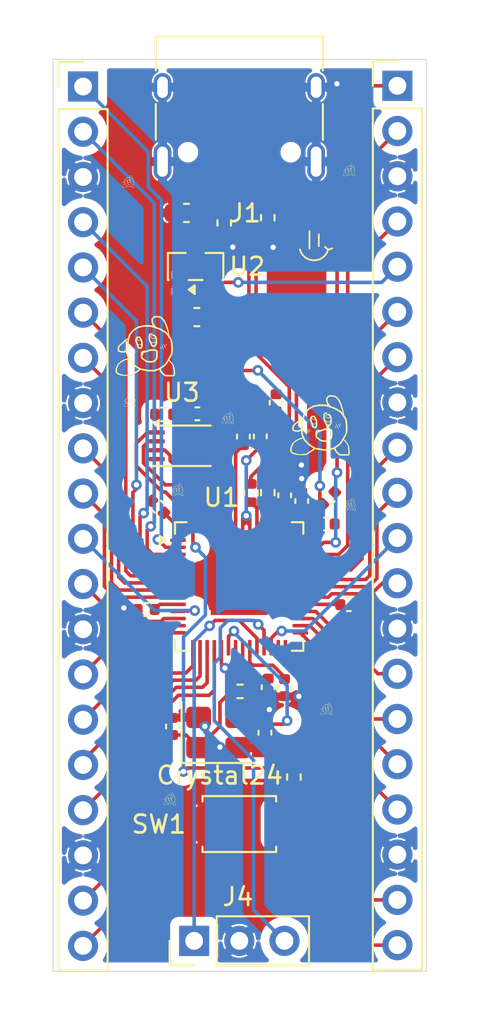
<source format=kicad_pcb>
(kicad_pcb (version 20241229) (generator "pcbnew") (generator_version "9.0")
  (layers (0 "F.Cu" signal) (2 "B.Cu" signal) (13 "F.Paste" user) (15 "B.Paste" user) (5 "F.SilkS" user "F.Silkscreen") (7 "B.SilkS" user "B.Silkscreen") (1 "F.Mask" user) (3 "B.Mask" user) (25 "Edge.Cuts" user))
  (net 0 "")
  (net 1 "+3V3")
  (net 2 "GND")
  (net 3 "+1V1")
  (net 4 "VBUS")
  (net 5 "XIN")
  (net 6 "Net-(C16-Pad2)")
  (net 7 "Net-(J1-CC2)")
  (net 8 "USB_D+")
  (net 9 "USB_D-")
  (net 10 "Net-(J1-CC1)")
  (net 11 "GPI04")
  (net 12 "GPI02")
  (net 13 "PGI010")
  (net 14 "GPI01")
  (net 15 "GPI014")
  (net 16 "GPI06")
  (net 17 "GPI07")
  (net 18 "GPI00")
  (net 19 "GPI09")
  (net 20 "GPI08")
  (net 21 "GPI05")
  (net 22 "GPI015")
  (net 23 "GPI03")
  (net 24 "GPI013")
  (net 25 "GPI011")
  (net 26 "GPI012")
  (net 27 "GPI022")
  (net 28 "GPI029_ADC3")
  (net 29 "GPI020")
  (net 30 "GPI024")
  (net 31 "GPI021")
  (net 32 "GPI026_ADCO")
  (net 33 "GPI016")
  (net 34 "GPI028_ADC2")
  (net 35 "RUN")
  (net 36 "GPI019")
  (net 37 "GPI018")
  (net 38 "GPI023")
  (net 39 "GPIO27_ADC1")
  (net 40 "GPI017")
  (net 41 "SWD")
  (net 42 "SWCLK")
  (net 43 "Net-(U1-USB_DM)")
  (net 44 "Net-(U1-USB_DP)")
  (net 45 "XOUT")
  (net 46 "QSPI_SS")
  (net 47 "Net-(R7-Pad1)")
  (net 48 "QSPI_SD3")
  (net 49 "QSPI_SD0")
  (net 51 "QSPI_SD2")
  (net 52 "QSPI_SD1")
  (net 53 "QSPI_SCLK")
  (footprint "LOGO" (layer "F.Cu") (at 152.65 77.725)
    (property "Reference" "\\n" (hide yes))
    (property "Value" "LOGO" (hide yes))
  )
  (footprint "Resistor_SMD:R_0402_1005Metric" (layer "F.Cu") (at 149.04 77.55 180)
    (property "Reference" "R6" (hide yes))
    (property "Value" "10K")
  )
  (footprint "Resistor_SMD:R_0402_1005Metric" (layer "F.Cu") (at 154.88 66.51 -90)
    (property "Reference" "R1" (hide yes))
    (property "Value" "5.1k")
  )
  (footprint "Crystal:Crystal_SMD_3225-4Pin_3.2x2.5mm" (layer "F.Cu") (at 152.09 95.42)
    (property "Reference" "Crystal24")
    (property "Value" "12MHz")
  )
  (footprint "Capacitor_SMD:C_0402_1005Metric" (layer "F.Cu") (at 154.46 78.79 90)
    (property "Reference" "C4" (hide yes))
    (property "Value" "0.1uF")
  )
  (footprint "Capacitor_SMD:C_0402_1005Metric" (layer "F.Cu") (at 156.79 82.42 90)
    (property "Reference" "C6" (hide yes))
    (property "Value" "0.1uF")
  )
  (footprint "Connector_PinHeader_2.54mm:PinHeader_1x20_P2.54mm_Vertical" (layer "F.Cu") (at 144.49 59.14)
    (property "Reference" "J2" (hide yes))
    (property "Value" "Conn_01x20")
  )
  (footprint "Capacitor_SMD:C_0402_1005Metric" (layer "F.Cu") (at 150.92 77.52 180)
    (property "Reference" "C17" (hide yes))
    (property "Value" "0.1uF")
  )
  (footprint "Package_TO_SOT_SMD:SOT-23" (layer "F.Cu") (at 150.82 69.2475 90)
    (property "Reference" "U2")
    (property "Value" "MCP1700x-330xxTT")
  )
  (footprint "LOGO" (layer "F.Cu") (at 147.125 76.75)
    (property "Reference" "\\n" (hide yes))
    (property "Value" "LOGO" (hide yes))
  )
  (footprint "Connector_PinHeader_2.54mm:PinHeader_1x03_P2.54mm_Vertical" (layer "F.Cu") (at 150.74 107.12 90)
    (property "Reference" "J4")
    (property "Value" "Conn_01x03")
  )
  (footprint "Capacitor_SMD:C_0402_1005Metric" (layer "F.Cu") (at 149.52 95.08 -90)
    (property "Reference" "C16" (hide yes))
    (property "Value" "33pF")
  )
  (footprint "Resistor_SMD:R_0402_1005Metric" (layer "F.Cu") (at 153.32 93.11)
    (property "Reference" "R5" (hide yes))
    (property "Value" "1K")
  )
  (footprint "LOGO" (layer "F.Cu") (at 149.811391 81.756461)
    (property "Reference" "\\n" (hide yes))
    (property "Value" "LOGO" (hide yes))
  )
  (footprint "Capacitor_SMD:C_0603_1608Metric" (layer "F.Cu") (at 150.305 66.24 180)
    (property "Reference" "C13" (hide yes))
    (property "Value" "10uF")
  )
  (footprint "Connector_PinHeader_2.54mm:PinHeader_1x20_P2.54mm_Vertical" (layer "F.Cu") (at 162.17 59.1)
    (property "Reference" "J3" (hide yes))
    (property "Value" "Conn_01x20")
  )
  (footprint "Resistor_SMD:R_0402_1005Metric" (layer "F.Cu") (at 154.88 81.949999 -90)
    (property "Reference" "R3" (hide yes))
    (property "Value" "27")
  )
  (footprint "Capacitor_SMD:C_0402_1005Metric" (layer "F.Cu") (at 148.04 88.51 180)
    (property "Reference" "C2" (hide yes))
    (property "Value" "0.1uF")
  )
  (footprint "Capacitor_SMD:C_0603_1608Metric" (layer "F.Cu") (at 150.89 72.09)
    (property "Reference" "C14" (hide yes))
    (property "Value" "10uF")
  )
  (footprint "Package_SON:Winbond_USON-8-1EP_3x2mm_P0.5mm_EP0.2x1.6mm" (layer "F.Cu") (at 150.06 79.3175)
    (property "Reference" "U3")
    (property "Value" "W25Q16JVZPIQ TR")
  )
  (footprint "Resistor_SMD:R_0402_1005Metric" (layer "F.Cu") (at 152.43 66.8 90)
    (property "Reference" "R2" (hide yes))
    (property "Value" "5.1k")
  )
  (footprint "Capacitor_SMD:C_0402_1005Metric" (layer "F.Cu") (at 154.9 92.87 -90)
    (property "Reference" "C3" (hide yes))
    (property "Value" "0.1uF")
  )
  (footprint "LOGO" (layer "F.Cu") (at 148.05 73.575)
    (property "Reference" "G***" (hide yes))
    (property "Value" "LOGO" (hide yes))
  )
  (footprint "LOGO" (layer "F.Cu") (at 159.475 63.8)
    (property "Reference" "\\n" (hide yes))
    (property "Value" "LOGO" (hide yes))
  )
  (footprint "Capacitor_SMD:C_0402_1005Metric" (layer "F.Cu") (at 153.51 78.8 90)
    (property "Reference" "C10" (hide yes))
    (property "Value" "0.1uF")
  )
  (footprint "Capacitor_SMD:C_0402_1005Metric" (layer "F.Cu") (at 159.44 88.24)
    (property "Reference" "C8" (hide yes))
    (property "Value" "0.1uF")
  )
  (footprint "LOGO" (layer "F.Cu") (at 147.05 64.45)
    (property "Reference" "\\n" (hide yes))
    (property "Value" "LOGO" (hide yes))
  )
  (footprint "LOGO" (layer "F.Cu") (at 157.875 78.025)
    (property "Reference" "G***" (hide yes))
    (property "Value" "LOGO" (hide yes))
  )
  (footprint "Capacitor_SMD:C_0402_1005Metric" (layer "F.Cu") (at 148.7 82.74 135)
    (property "Reference" "C1" (hide yes))
    (property "Value" "0.1uF")
  )
  (footprint "LOGO" (layer "F.Cu") (at 159.5 82.59081)
    (property "Reference" "\\n" (hide yes))
    (property "Value" "LOGO" (hide yes))
  )
  (footprint "Capacitor_SMD:C_0402_1005Metric" (layer "F.Cu") (at 158.31 82.26 45)
    (property "Reference" "C9" (hide yes))
    (property "Value" "1uF")
  )
  (footprint "Capacitor_SMD:C_0402_1005Metric" (layer "F.Cu") (at 155.35 76.9 90)
    (property "Reference" "C5" (hide yes))
    (property "Value" "0.1uF")
  )
  (footprint "Resistor_SMD:R_0402_1005Metric" (layer "F.Cu") (at 156.35 97.92 90)
    (property "Reference" "R7" (hide yes))
    (property "Value" "1K")
  )
  (footprint "Capacitor_SMD:C_0402_1005Metric" (layer "F.Cu") (at 154.72 95.43 90)
    (property "Reference" "C15" (hide yes))
    (property "Value" "33pF")
  )
  (footprint "Capacitor_SMD:C_0402_1005Metric" (layer "F.Cu") (at 158.16 83.71)
    (property "Reference" "C7" (hide yes))
    (property "Value" "0.1uF")
  )
  (footprint "LOGO" (layer "F.Cu") (at 149.375 99.125)
    (property "Reference" "\\n" (hide yes))
    (property "Value" "LOGO" (hide yes))
  )
  (footprint "Connector_USB:USB_C_Receptacle_HRO_TYPE-C-31-M-12" (layer "F.Cu") (at 153.28 60.23 180)
    (property "Reference" "J1")
    (property "Value" "USB_C_Receptacle_USB2.0_14P")
  )
  (footprint "Button_Switch_SMD:SW_Push_SPST_NO_Alps_SKRK" (layer "F.Cu") (at 153.28 100.56)
    (property "Reference" "SW1")
    (property "Value" "SW_Push")
  )
  (footprint "Package_DFN_QFN:QFN-56-1EP_7x7mm_P0.4mm_EP3.2x3.2mm" (layer "F.Cu") (at 153.27 87.22)
    (property "Reference" "U1")
    (property "Value" "RP2040")
  )
  (footprint "LOGO" (layer "F.Cu") (at 158.2 94.05)
    (property "Reference" "\\n" (hide yes))
    (property "Value" "LOGO" (hide yes))
  )
  (footprint "Resistor_SMD:R_0402_1005Metric" (layer "F.Cu") (at 153.93 81.969999 -90)
    (property "Reference" "R4" (hide yes))
    (property "Value" "27")
  )
  (footprint "Capacitor_SMD:C_0402_1005Metric" (layer "F.Cu") (at 155.82 92.9 -90)
    (property "Reference" "C11" (hide yes))
    (property "Value" "0.1uF")
  )
  (footprint "Capacitor_SMD:C_0402_1005Metric" (layer "F.Cu") (at 155.83 82.1 90)
    (property "Reference" "C12" (hide yes))
    (property "Value" "1uF")
  )
  (gr_line (start 158.275351 68.306784) (end 158.27535 68.306786) (stroke (width 0.1)) (layer "F.SilkS"))
  (gr_line (start 158.5 68.225) (end 158.275352 68.306781) (stroke (width 0.1)) (layer "F.SilkS"))
  (gr_arc (start 158.275351 68.306786) (mid 157.475 68.9) (end 156.687142 68.290292) (stroke (width 0.1)) (layer "F.SilkS"))
  (gr_line (start 158.275352 68.306781) (end 158.1 68.15) (stroke (width 0.1)) (layer "F.SilkS"))
  (gr_line (start 157.225 67.2625) (end 157.225 68.2375) (stroke (width 0.1)) (layer "F.SilkS"))
  (gr_line (start 157.75 67.45) (end 157.75 68.1) (stroke (width 0.1)) (layer "F.SilkS"))
  (gr_line (start 158.275352 68.306781) (end 158.5 68.225) (stroke (width 0.1)) (layer "F.SilkS"))
  (gr_rect (start 142.8 57.62) (end 163.8 108.83) (stroke (width 0.05)) (fill no) (layer "Edge.Cuts"))
  (segment (start 154.46 79.27) (end 154.46 79.35) (width 0.2) (layer "F.Cu") (net 1))
  (segment (start 158.94 88.22) (end 158.96 88.24) (width 0.2) (layer "F.Cu") (net 1))
  (segment (start 153.06 75.09) (end 155.35 77.38) (width 0.2) (layer "F.Cu") (net 1))
  (segment (start 154.9 92.39) (end 153.841 92.39) (width 0.2) (layer "F.Cu") (net 1))
  (segment (start 157.81 81.57) (end 157.81 82.438822) (width 0.2) (layer "F.Cu") (net 1))
  (segment (start 153.841 92.39) (end 153.47 92.019) (width 0.2) (layer "F.Cu") (net 1))
  (segment (start 151.665 73.695) (end 153.06 75.09) (width 0.2) (layer "F.Cu") (net 1))
  (segment (start 150.789 76.909) (end 151.4 77.52) (width 0.2) (layer "F.Cu") (net 1))
  (segment (start 151.665 72.09) (end 151.665 73.695) (width 0.2) (layer "F.Cu") (net 1))
  (segment (start 155.35 78.38) (end 154.46 79.27) (width 0.2) (layer "F.Cu") (net 1))
  (segment (start 155.35 77.38) (end 155.35 78.38) (width 0.2) (layer "F.Cu") (net 1))
  (segment (start 154.46 79.35) (end 153.67 80.14) (width 0.2) (layer "F.Cu") (net 1))
  (segment (start 150.11345 76.909) (end 150.789 76.909) (width 0.2) (layer "F.Cu") (net 1))
  (segment (start 157.090589 82.599411) (end 156.79 82.9) (width 0.2) (layer "F.Cu") (net 1))
  (segment (start 151.815 70.14) (end 151.77 70.185) (width 0.2) (layer "F.Cu") (net 1))
  (segment (start 153.06 75.09) (end 154.31 75.09) (width 0.2) (layer "F.Cu") (net 1))
  (segment (start 157.68 84.019999) (end 157.080999 84.619) (width 0.2) (layer "F.Cu") (net 1))
  (segment (start 153.67 80.14) (end 153.67 80.141473) (width 0.2) (layer "F.Cu") (net 1))
  (segment (start 156.7075 88.22) (end 158.94 88.22) (width 0.2) (layer "F.Cu") (net 1))
  (segment (start 149.549999 77.472451) (end 150.11345 76.909) (width 0.2) (layer "F.Cu") (net 1))
  (segment (start 151.4 78.4825) (end 151.485 78.5675) (width 0.2) (layer "F.Cu") (net 1))
  (segment (start 157.080999 84.619) (end 156.59 84.619) (width 0.2) (layer "F.Cu") (net 1))
  (segment (start 157.81 82.438822) (end 157.970589 82.599411) (width 0.2) (layer "F.Cu") (net 1))
  (segment (start 153.67 83.5825) (end 153.87 83.7825) (width 0.2) (layer "F.Cu") (net 1))
  (segment (start 149.8325 83.8725) (end 149.039411 83.079411) (width 0.2) (layer "F.Cu") (net 1))
  (segment (start 153.47 92.019) (end 153.47 90.6575) (width 0.2) (layer "F.Cu") (net 1))
  (segment (start 156.7525 82.9) (end 155.87 83.7825) (width 0.2) (layer "F.Cu") (net 1))
  (segment (start 157.970589 82.599411) (end 157.090589 82.599411) (width 0.2) (layer "F.Cu") (net 1))
  (segment (start 153.67 83.5825) (end 153.47 83.7825) (width 0.2) (layer "F.Cu") (net 1))
  (segment (start 153.67 83.246176) (end 153.67 83.5825) (width 0.2) (layer "F.Cu") (net 1))
  (segment (start 148.81 88.22) (end 148.52 88.51) (width 0.2) (layer "F.Cu") (net 1))
  (segment (start 149.549999 77.55) (end 149.549999 77.472451) (width 0.2) (layer "F.Cu") (net 1))
  (segment (start 151.77 70.185) (end 151.77 71.985) (width 0.2) (layer "F.Cu") (net 1))
  (segment (start 157.970589 83.419411) (end 157.68 83.71) (width 0.2) (layer "F.Cu") (net 1))
  (segment (start 149.8325 88.22) (end 148.81 88.22) (width 0.2) (layer "F.Cu") (net 1))
  (segment (start 155.87 83.7825) (end 155.47 83.7825) (width 0.2) (layer "F.Cu") (net 1))
  (segment (start 157.68 83.71) (end 157.68 84.019999) (width 0.2) (layer "F.Cu") (net 1))
  (segment (start 157.970589 82.599411) (end 157.970589 83.419411) (width 0.2) (layer "F.Cu") (net 1))
  (segment (start 153.22 70.14) (end 151.815 70.14) (width 0.2) (layer "F.Cu") (net 1))
  (segment (start 156.79 82.9) (end 156.7525 82.9) (width 0.2) (layer "F.Cu") (net 1))
  (segment (start 149.8325 84.62) (end 149.8325 83.8725) (width 0.2) (layer "F.Cu") (net 1))
  (segment (start 154.31 75.09) (end 154.320735 75.079265) (width 0.2) (layer "F.Cu") (net 1))
  (segment (start 151.77 71.985) (end 151.665 72.09) (width 0.2) (layer "F.Cu") (net 1))
  (via (at 153.22 70.14) (size 0.6) (drill 0.3) (layers "F.Cu" "B.Cu") (net 1))
  (via (at 154.320735 75.079265) (size 0.6) (drill 0.3) (layers "F.Cu" "B.Cu") (net 1))
  (via (at 157.81 81.57) (size 0.6) (drill 0.3) (layers "F.Cu" "B.Cu") (net 1))
  (via (at 153.67 80.141473) (size 0.6) (drill 0.3) (layers "F.Cu" "B.Cu") (net 1))
  (via (at 153.67 83.246176) (size 0.6) (drill 0.3) (layers "F.Cu" "B.Cu") (net 1))
  (segment (start 157.81 78.56853) (end 157.81 81.57) (width 0.2) (layer "B.Cu") (net 1))
  (segment (start 153.67 80.141473) (end 153.67 83.246176) (width 0.2) (layer "B.Cu") (net 1))
  (segment (start 154.320735 75.079265) (end 157.81 78.56853) (width 0.2) (layer "B.Cu") (net 1))
  (segment (start 161.29 70.14) (end 153.22 70.14) (width 0.2) (layer "B.Cu") (net 1))
  (segment (start 162.17 69.26) (end 161.29 70.14) (width 0.2) (layer "B.Cu") (net 1))
  (segment (start 155.18 68.17) (end 155.18 67.509998) (width 0.2) (layer "F.Cu") (net 2))
  (segment (start 149.52 94.6) (end 150.96 94.6) (width 0.2) (layer "F.Cu") (net 2))
  (segment (start 150.94 94.62) (end 150.99 94.57) (width 0.2) (layer "F.Cu") (net 2))
  (segment (start 154.88 67.209998) (end 155.18 67.509998) (width 0.2) (layer "F.Cu") (net 2))
  (segment (start 151.18 105.02) (end 153.28 107.12) (width 0.2) (layer "F.Cu") (net 2))
  (segment (start 155.83 81.62) (end 155.83 81.33853) (width 0.2) (layer "F.Cu") (net 2))
  (segment (start 153.55 95.91) (end 153.19 96.27) (width 0.2) (layer "F.Cu") (net 2))
  (segment (start 158.575478 59.18) (end 158.767739 58.987739) (width 0.2) (layer "F.Cu") (net 2))
  (segment (start 152.27 90.6575) (end 152.27 91.6) (width 0.2) (layer "F.Cu") (net 2))
  (segment (start 156.79 81.94) (end 156.79 81.16) (width 0.2) (layer "F.Cu") (net 2))
  (segment (start 152.19 96.238295) (end 153.158295 96.238295) (width 0.2) (layer "F.Cu") (net 2))
  (segment (start 154.9 94.06) (end 154.97 94.13) (width 0.2) (layer "F.Cu") (net 2))
  (segment (start 155.83 81.33853) (end 156.771765 80.396765) (width 0.2) (layer "F.Cu") (net 2))
  (segment (start 150.99 94.721472) (end 151.34 95.071472) (width 0.2) (layer "F.Cu") (net 2))
  (segment (start 154.88 67.019999) (end 154.88 67.209998) (width 0.2) (layer "F.Cu") (net 2))
  (segment (start 154.72 95.91) (end 153.55 95.91) (width 0.2) (layer "F.Cu") (net 2))
  (segment (start 156.33 81.62) (end 156.79 81.16) (width 0.2) (layer "F.Cu") (net 2))
  (segment (start 146.87 88.51) (end 146.78 88.42) (width 0.2) (layer "F.Cu") (net 2))
  (segment (start 152.43 67.309999) (end 152.43 67.68) (width 0.2) (layer "F.Cu") (net 2))
  (segment (start 150.96 94.6) (end 150.99 94.57) (width 0.2) (layer "F.Cu") (net 2))
  (segment (start 150.99 94.57) (end 150.99 94.721472) (width 0.2) (layer "F.Cu") (net 2))
  (segment (start 152.27 91.6) (end 152.47 91.8) (width 0.2) (layer "F.Cu") (net 2))
  (segment (start 146.93 88.57) (end 146.78 88.42) (width 0.2) (layer "F.Cu") (net 2))
  (segment (start 152.43 67.68) (end 152.91 68.16) (width 0.2) (layer "F.Cu") (net 2))
  (segment (start 155.82 93.38) (end 156.62 93.38) (width 0.2) (layer "F.Cu") (net 2))
  (segment (start 147.56 88.51) (end 146.87 88.51) (width 0.2) (layer "F.Cu") (net 2))
  (segment (start 153.158295 96.238295) (end 153.19 96.27) (width 0.2) (layer "F.Cu") (net 2))
  (segment (start 155.83 81.62) (end 156.33 81.62) (width 0.2) (layer "F.Cu") (net 2))
  (segment (start 154.9 93.35) (end 154.9 94.06) (width 0.2) (layer "F.Cu") (net 2))
  (segment (start 151.18 100.56) (end 151.18 105.02) (width 0.2) (layer "F.Cu") (net 2))
  (segment (start 157.6 59.18) (end 158.575478 59.18) (width 0.2) (layer "F.Cu") (net 2))
  (segment (start 156.62 93.38) (end 156.63 93.39) (width 0.2) (layer "F.Cu") (net 2))
  (via (at 152.47 91.8) (size 0.6) (drill 0.3) (layers "F.Cu" "B.Cu") (net 2))
  (via (at 155.18 68.17) (size 0.6) (drill 0.3) (layers "F.Cu" "B.Cu") (net 2))
  (via (at 154.97 94.13) (size 0.6) (drill 0.3) (layers "F.Cu" "B.Cu") (net 2))
  (via (at 151.34 95.071472) (size 0.6) (drill 0.3) (layers "F.Cu" "B.Cu") (net 2))
  (via (at 156.771765 80.396765) (size 0.6) (drill 0.3) (layers "F.Cu" "B.Cu") (net 2))
  (via (at 158.767739 58.987739) (size 0.6) (drill 0.3) (layers "F.Cu" "B.Cu") (net 2))
  (via (at 152.19 96.238295) (size 0.6) (drill 0.3) (layers "F.Cu" "B.Cu") (net 2))
  (via (at 152.91 68.16) (size 0.6) (drill 0.3) (layers "F.Cu" "B.Cu") (net 2))
  (via (at 146.78 88.42) (size 0.6) (drill 0.3) (layers "F.Cu" "B.Cu") (net 2))
  (via (at 156.63 93.39) (size 0.6) (drill 0.3) (layers "F.Cu" "B.Cu") (net 2))
  (via (at 156.79 81.16) (size 0.6) (drill 0.3) (layers "F.Cu" "B.Cu") (net 2))
  (segment (start 146.68 88.52) (end 145.59 88.52) (width 0.2) (layer "B.Cu") (net 2))
  (segment (start 152.91 68.16) (end 155.17 68.16) (width 0.2) (layer "B.Cu") (net 2))
  (segment (start 155.17 68.16) (end 155.18 68.17) (width 0.2) (layer "B.Cu") (net 2))
  (segment (start 151.34 95.388295) (end 152.19 96.238295) (width 0.2) (layer "B.Cu") (net 2))
  (segment (start 145.59 88.52) (end 144.49 89.62) (width 0.2) (layer "B.Cu") (net 2))
  (segment (start 146.78 88.42) (end 146.68 88.52) (width 0.2) (layer "B.Cu") (net 2))
  (segment (start 151.34 95.071472) (end 151.34 95.388295) (width 0.2) (layer "B.Cu") (net 2))
  (segment (start 154.02 91.64) (end 155.16 91.64) (width 0.2) (layer "F.Cu") (net 3))
  (segment (start 153.07 79.72) (end 153.07 83.7825) (width 0.2) (layer "F.Cu") (net 3))
  (segment (start 155.16 91.64) (end 155.82 92.3) (width 0.2) (layer "F.Cu") (net 3))
  (segment (start 155.737226 82.58) (end 155.07 83.247226) (width 0.2) (layer "F.Cu") (net 3))
  (segment (start 155.07 83.247226) (end 155.07 83.7825) (width 0.2) (layer "F.Cu") (net 3))
  (segment (start 153.51 79.28) (end 153.07 79.72) (width 0.2) (layer "F.Cu") (net 3))
  (segment (start 155.82 92.3) (end 155.82 92.42) (width 0.2) (layer "F.Cu") (net 3))
  (segment (start 155.83 82.58) (end 155.737226 82.58) (width 0.2) (layer "F.Cu") (net 3))
  (segment (start 153.87 91.49) (end 154.02 91.64) (width 0.2) (layer "F.Cu") (net 3))
  (segment (start 153.87 90.6575) (end 153.87 91.49) (width 0.2) (layer "F.Cu") (net 3))
  (segment (start 156.450008 62.154) (end 155.889992 62.154) (width 0.2) (layer "F.Cu") (net 4))
  (segment (start 150.82 68.31) (end 150.82 66.5) (width 0.2) (layer "F.Cu") (net 4))
  (segment (start 150.83 63.35) (end 150.83 64.275) (width 0.2) (layer "F.Cu") (net 4))
  (segment (start 150.82 66.5) (end 151.08 66.24) (width 0.2) (layer "F.Cu") (net 4))
  (segment (start 155.494 62.549992) (end 151.630008 62.549992) (width 0.2) (layer "F.Cu") (net 4))
  (segment (start 151.630008 62.549992) (end 150.83 63.35) (width 0.2) (layer "F.Cu") (net 4))
  (segment (start 151.08 64.525) (end 150.83 64.275) (width 0.2) (layer "F.Cu") (net 4))
  (segment (start 155.494 64.039) (end 155.73 64.275) (width 0.2) (layer "F.Cu") (net 4))
  (segment (start 155.494 62.549992) (end 155.494 64.039) (width 0.2) (layer "F.Cu") (net 4))
  (segment (start 151.08 66.24) (end 151.08 64.525) (width 0.2) (layer "F.Cu") (net 4))
  (segment (start 162.17 59.1) (end 159.504008 59.1) (width 0.2) (layer "F.Cu") (net 4))
  (segment (start 159.504008 59.1) (end 156.450008 62.154) (width 0.2) (layer "F.Cu") (net 4))
  (segment (start 155.889992 62.154) (end 155.494 62.549992) (width 0.2) (layer "F.Cu") (net 4))
  (segment (start 153.57 94.95) (end 153.19 94.57) (width 0.2) (layer "F.Cu") (net 5))
  (segment (start 152.67 90.030622) (end 152.979622 89.721) (width 0.2) (layer "F.Cu") (net 5))
  (segment (start 152.67 90.6575) (end 152.67 90.030622) (width 0.2) (layer "F.Cu") (net 5))
  (segment (start 154.72 94.95) (end 153.57 94.95) (width 0.2) (layer "F.Cu") (net 5))
  (segment (start 154.72 94.95) (end 155.78 94.95) (width 0.2) (layer "F.Cu") (net 5))
  (segment (start 155.78 94.95) (end 155.97 94.76) (width 0.2) (layer "F.Cu") (net 5))
  (via (at 152.979622 89.721) (size 0.6) (drill 0.3) (layers "F.Cu" "B.Cu") (net 5))
  (via (at 155.97 94.76) (size 0.6) (drill 0.3) (layers "F.Cu" "B.Cu") (net 5))
  (segment (start 152.979622 89.800622) (end 152.979622 89.721) (width 0.2) (layer "B.Cu") (net 5))
  (segment (start 155.97 94.76) (end 155.97 92.791) (width 0.2) (layer "B.Cu") (net 5))
  (segment (start 155.97 92.791) (end 152.979622 89.800622) (width 0.2) (layer "B.Cu") (net 5))
  (segment (start 152.189 95.071) (end 150.99 96.27) (width 0.2) (layer "F.Cu") (net 6))
  (segment (start 150.28 95.56) (end 150.99 96.27) (width 0.2) (layer "F.Cu") (net 6))
  (segment (start 149.52 95.56) (end 150.28 95.56) (width 0.2) (layer "F.Cu") (net 6))
  (segment (start 152.189 93.731) (end 152.189 95.071) (width 0.2) (layer "F.Cu") (net 6))
  (segment (start 152.81 93.11) (end 152.189 93.731) (width 0.2) (layer "F.Cu") (net 6))
  (segment (start 151.53 65.390001) (end 152.43 66.290001) (width 0.2) (layer "F.Cu") (net 7))
  (segment (start 151.53 64.275) (end 151.53 65.390001) (width 0.2) (layer "F.Cu") (net 7))
  (segment (start 156.09 78.89) (end 156.09 76) (width 0.2) (layer "F.Cu") (net 8))
  (segment (start 153.82 73.73) (end 153.82 65.64) (width 0.2) (layer "F.Cu") (net 8))
  (segment (start 152.53 65.252) (end 152.579 65.301) (width 0.2) (layer "F.Cu") (net 8))
  (segment (start 152.579 65.301) (end 153.481 65.301) (width 0.2) (layer "F.Cu") (net 8))
  (segment (start 153.53 65.252) (end 153.53 64.275) (width 0.2) (layer "F.Cu") (net 8))
  (segment (start 153.481 65.301) (end 153.53 65.252) (width 0.2) (layer "F.Cu") (net 8))
  (segment (start 152.53 64.275) (end 152.53 65.252) (width 0.2) (layer "F.Cu") (net 8))
  (segment (start 154.01 81.41) (end 154.01 81.630001) (width 0.2) (layer "F.Cu") (net 8))
  (segment (start 153.93 81.46) (end 153.93 81.05) (width 0.2) (layer "F.Cu") (net 8))
  (segment (start 153.93 81.05) (end 156.09 78.89) (width 0.2) (layer "F.Cu") (net 8))
  (segment (start 156.09 76) (end 153.82 73.73) (width 0.2) (layer "F.Cu") (net 8))
  (segment (start 153.82 65.64) (end 153.481 65.301) (width 0.2) (layer "F.Cu") (net 8))
  (segment (start 153.03 63.298) (end 153.079 63.249) (width 0.2) (layer "F.Cu") (net 9))
  (segment (start 154.221 73.48) (end 156.491 75.75) (width 0.2) (layer "F.Cu") (net 9))
  (segment (start 154.03 63.298) (end 154.03 64.275) (width 0.2) (layer "F.Cu") (net 9))
  (segment (start 156.491 75.75) (end 156.491 79.829) (width 0.2) (layer "F.Cu") (net 9))
  (segment (start 156.491 79.829) (end 154.88 81.44) (width 0.2) (layer "F.Cu") (net 9))
  (segment (start 154.03 64.275) (end 154.03 65.2829) (width 0.2) (layer "F.Cu") (net 9))
  (segment (start 153.03 64.275) (end 153.03 63.298) (width 0.2) (layer "F.Cu") (net 9))
  (segment (start 154.03 65.2829) (end 154.221 65.4739) (width 0.2) (layer "F.Cu") (net 9))
  (segment (start 154.221 65.4739) (end 154.221 73.48) (width 0.2) (layer "F.Cu") (net 9))
  (segment (start 153.079 63.249) (end 153.981 63.249) (width 0.2) (layer "F.Cu") (net 9))
  (segment (start 153.981 63.249) (end 154.03 63.298) (width 0.2) (layer "F.Cu") (net 9))
  (segment (start 154.88 65.5658) (end 154.88 66.000001) (width 0.2) (layer "F.Cu") (net 10))
  (segment (start 154.53 65.2158) (end 154.88 65.5658) (width 0.2) (layer "F.Cu") (net 10))
  (segment (start 154.53 64.275) (end 154.53 65.2158) (width 0.2) (layer "F.Cu") (net 10))
  (segment (start 146.893 74.243) (end 146.893 86.343) (width 0.2) (layer "F.Cu") (net 11))
  (segment (start 144.49 71.84) (end 146.893 74.243) (width 0.2) (layer "F.Cu") (net 11))
  (segment (start 147.17 86.62) (end 149.8325 86.62) (width 0.2) (layer "F.Cu") (net 11))
  (segment (start 146.893 86.343) (end 147.17 86.62) (width 0.2) (layer "F.Cu") (net 11))
  (segment (start 147.8011 85.82) (end 149.8325 85.82) (width 0.2) (layer "F.Cu") (net 12))
  (segment (start 147.894 83.1) (end 147.695 83.299) (width 0.2) (layer "F.Cu") (net 12))
  (segment (start 147.695 83.299) (end 147.695 85.7139) (width 0.2) (layer "F.Cu") (net 12))
  (segment (start 147.695 85.7139) (end 147.8011 85.82) (width 0.2) (layer "F.Cu") (net 12))
  (via (at 147.894 83.1) (size 0.6) (drill 0.3) (layers "F.Cu" "B.Cu") (net 12))
  (segment (start 144.49 66.76) (end 148.094 70.364) (width 0.2) (layer "B.Cu") (net 12))
  (segment (start 148.094 70.364) (end 148.094 82.9) (width 0.2) (layer "B.Cu") (net 12))
  (segment (start 148.094 82.9) (end 147.894 83.1) (width 0.2) (layer "B.Cu") (net 12))
  (segment (start 145.62 91.03) (end 144.49 92.16) (width 0.2) (layer "F.Cu") (net 13))
  (segment (start 147.5929 91.03) (end 145.62 91.03) (width 0.2) (layer "F.Cu") (net 13))
  (segment (start 149.2029 89.42) (end 147.5929 91.03) (width 0.2) (layer "F.Cu") (net 13))
  (segment (start 149.8325 89.42) (end 149.2029 89.42) (width 0.2) (layer "F.Cu") (net 13))
  (segment (start 148.295 83.842784) (end 148.096 84.041784) (width 0.2) (layer "F.Cu") (net 14))
  (segment (start 149.041 85.42) (end 149.04 85.419) (width 0.2) (layer "F.Cu") (net 14))
  (segment (start 148.096 85.14) (end 148.13 85.14) (width 0.2) (layer "F.Cu") (net 14))
  (segment (start 148.409 85.419) (end 149.04 85.419) (width 0.2) (layer "F.Cu") (net 14))
  (segment (start 149.8325 85.42) (end 149.041 85.42) (width 0.2) (layer "F.Cu") (net 14))
  (segment (start 148.13 85.14) (end 148.409 85.419) (width 0.2) (layer "F.Cu") (net 14))
  (segment (start 148.096 84.041784) (end 148.096 85.14) (width 0.2) (layer "F.Cu") (net 14))
  (via (at 148.295 83.842784) (size 0.6) (drill 0.3) (layers "F.Cu" "B.Cu") (net 14))
  (segment (start 148.495 65.685) (end 148.495 83.642784) (width 0.2) (layer "B.Cu") (net 14))
  (segment (start 144.49 61.68) (end 148.495 65.685) (width 0.2) (layer "B.Cu") (net 14))
  (segment (start 148.495 83.642784) (end 148.295 83.842784) (width 0.2) (layer "B.Cu") (net 14))
  (segment (start 151.21 92.88) (end 151.469 92.621) (width 0.2) (layer "F.Cu") (net 15))
  (segment (start 148.508 100.842) (end 148.508 94.10735) (width 0.2) (layer "F.Cu") (net 15))
  (segment (start 151.47 92.299) (end 151.47 90.6575) (width 0.2) (layer "F.Cu") (net 15))
  (segment (start 144.49 104.86) (end 148.508 100.842) (width 0.2) (layer "F.Cu") (net 15))
  (segment (start 151.469 92.3) (end 151.47 92.299) (width 0.2) (layer "F.Cu") (net 15))
  (segment (start 148.508 94.10735) (end 149.73535 92.88) (width 0.2) (layer "F.Cu") (net 15))
  (segment (start 149.73535 92.88) (end 151.21 92.88) (width 0.2) (layer "F.Cu") (net 15))
  (segment (start 151.469 92.621) (end 151.469 92.3) (width 0.2) (layer "F.Cu") (net 15))
  (segment (start 149.8325 87.42) (end 146.5 87.42) (width 0.2) (layer "F.Cu") (net 16))
  (segment (start 146.091 87.011) (end 146.091 81.061) (width 0.2) (layer "F.Cu") (net 16))
  (segment (start 146.091 81.061) (end 144.49 79.46) (width 0.2) (layer "F.Cu") (net 16))
  (segment (start 146.5 87.42) (end 146.091 87.011) (width 0.2) (layer "F.Cu") (net 16))
  (segment (start 145.69 87.21) (end 146.3 87.82) (width 0.2) (layer "F.Cu") (net 17))
  (segment (start 146.3 87.82) (end 149.8325 87.82) (width 0.2) (layer "F.Cu") (net 17))
  (segment (start 145.69 83.2) (end 145.69 87.21) (width 0.2) (layer "F.Cu") (net 17))
  (segment (start 144.49 82) (end 145.69 83.2) (width 0.2) (layer "F.Cu") (net 17))
  (segment (start 149.8325 85.02) (end 149.192 85.02) (width 0.2) (layer "F.Cu") (net 18))
  (segment (start 149.192 85.02) (end 149.19 85.018) (width 0.2) (layer "F.Cu") (net 18))
  (segment (start 148.696 84.579713) (end 149.134287 85.018) (width 0.2) (layer "F.Cu") (net 18))
  (segment (start 149.134287 85.018) (end 149.19 85.018) (width 0.2) (layer "F.Cu") (net 18))
  (via (at 148.696 84.579713) (size 0.6) (drill 0.3) (layers "F.Cu" "B.Cu") (net 18))
  (segment (start 148.159 62.809) (end 148.159 64.7819) (width 0.2) (layer "B.Cu") (net 18))
  (segment (start 148.159 64.7819) (end 148.896 65.5189) (width 0.2) (layer "B.Cu") (net 18))
  (segment (start 148.896 65.5189) (end 148.896 84.379713) (width 0.2) (layer "B.Cu") (net 18))
  (segment (start 144.49 59.14) (end 148.159 62.809) (width 0.2) (layer "B.Cu") (net 18))
  (segment (start 148.896 84.379713) (end 148.696 84.579713) (width 0.2) (layer "B.Cu") (net 18))
  (segment (start 149.0358 89.02) (end 149.8325 89.02) (width 0.2) (layer "F.Cu") (net 19))
  (segment (start 146.591 89.181) (end 148.8748 89.181) (width 0.2) (layer "F.Cu") (net 19))
  (segment (start 148.8748 89.181) (end 149.0358 89.02) (width 0.2) (layer "F.Cu") (net 19))
  (segment (start 144.49 87.08) (end 146.591 89.181) (width 0.2) (layer "F.Cu") (net 19))
  (segment (start 150.77 88.57) (end 150.417774 88.57) (width 0.2) (layer "F.Cu") (net 20))
  (segment (start 150.417774 88.57) (end 150.367774 88.62) (width 0.2) (layer "F.Cu") (net 20))
  (via (at 150.77 88.57) (size 0.6) (drill 0.3) (layers "F.Cu" "B.Cu") (net 20))
  (segment (start 148.52 88.57) (end 150.77 88.57) (width 0.2) (layer "B.Cu") (net 20))
  (segment (start 144.49 84.54) (end 148.52 88.57) (width 0.2) (layer "B.Cu") (net 20))
  (segment (start 149.8325 87.02) (end 146.84 87.02) (width 0.2) (layer "F.Cu") (net 21))
  (segment (start 146.492 76.382) (end 144.49 74.38) (width 0.2) (layer "F.Cu") (net 21))
  (segment (start 146.492 86.672) (end 146.492 76.382) (width 0.2) (layer "F.Cu") (net 21))
  (segment (start 146.84 87.02) (end 146.492 86.672) (width 0.2) (layer "F.Cu") (net 21))
  (segment (start 144.49 107.4) (end 148.909 102.981) (width 0.2) (layer "F.Cu") (net 22))
  (segment (start 149.85245 93.33) (end 151.58 93.33) (width 0.2) (layer "F.Cu") (net 22))
  (segment (start 148.909 102.981) (end 148.909 94.27345) (width 0.2) (layer "F.Cu") (net 22))
  (segment (start 148.909 94.27345) (end 149.85245 93.33) (width 0.2) (layer "F.Cu") (net 22))
  (segment (start 151.58 93.33) (end 151.87 93.04) (width 0.2) (layer "F.Cu") (net 22))
  (segment (start 151.87 93.04) (end 151.87 90.6575) (width 0.2) (layer "F.Cu") (net 22))
  (segment (start 147.493 81.51) (end 147.493 81.737) (width 0.2) (layer "F.Cu") (net 23))
  (segment (start 147.634 86.22) (end 147.294 85.88) (width 0.2) (layer "F.Cu") (net 23))
  (segment (start 147.493 81.737) (end 147.294 81.936) (width 0.2) (layer "F.Cu") (net 23))
  (segment (start 149.8325 86.22) (end 147.634 86.22) (width 0.2) (layer "F.Cu") (net 23))
  (segment (start 147.294 81.936) (end 147.294 85.88) (width 0.2) (layer "F.Cu") (net 23))
  (via (at 147.493 81.51) (size 0.6) (drill 0.3) (layers "F.Cu" "B.Cu") (net 23))
  (segment (start 147.493 72.303) (end 147.493 81.51) (width 0.2) (layer "B.Cu") (net 23))
  (segment (start 144.49 69.3) (end 147.493 72.303) (width 0.2) (layer "B.Cu") (net 23))
  (segment (start 150.84 92.479) (end 151.07 92.249) (width 0.2) (layer "F.Cu") (net 24))
  (segment (start 148.107 96.163) (end 148.107 93.94125) (width 0.2) (layer "F.Cu") (net 24))
  (segment (start 148.107 93.94125) (end 149.56925 92.479) (width 0.2) (layer "F.Cu") (net 24))
  (segment (start 151.07 92.249) (end 151.07 90.6575) (width 0.2) (layer "F.Cu") (net 24))
  (segment (start 149.56925 92.479) (end 150.84 92.479) (width 0.2) (layer "F.Cu") (net 24))
  (segment (start 144.49 99.78) (end 148.107 96.163) (width 0.2) (layer "F.Cu") (net 24))
  (segment (start 147.26 91.93) (end 149.369 89.821) (width 0.2) (layer "F.Cu") (net 25))
  (segment (start 144.49 94.7) (end 147.26 91.93) (width 0.2) (layer "F.Cu") (net 25))
  (segment (start 149.369 89.821) (end 149.67 89.821) (width 0.2) (layer "F.Cu") (net 25))
  (segment (start 150.67 91.678) (end 150.67 90.6575) (width 0.2) (layer "F.Cu") (net 26))
  (segment (start 144.49 96.99115) (end 149.40315 92.078) (width 0.2) (layer "F.Cu") (net 26))
  (segment (start 144.49 97.24) (end 144.49 96.99115) (width 0.2) (layer "F.Cu") (net 26))
  (segment (start 150.27 92.078) (end 150.67 91.678) (width 0.2) (layer "F.Cu") (net 26))
  (segment (start 149.40315 92.078) (end 150.27 92.078) (width 0.2) (layer "F.Cu") (net 26))
  (segment (start 160.721 87.629) (end 158.48 87.629) (width 0.2) (layer "F.Cu") (net 27))
  (segment (start 158.289 87.82) (end 156.7075 87.82) (width 0.2) (layer "F.Cu") (net 27))
  (segment (start 162.17 87.04) (end 161.31 87.04) (width 0.2) (layer "F.Cu") (net 27))
  (segment (start 161.31 87.04) (end 160.721 87.629) (width 0.2) (layer "F.Cu") (net 27))
  (segment (start 158.48 87.629) (end 158.289 87.82) (width 0.2) (layer "F.Cu") (net 27))
  (segment (start 158.699735 84.741735) (end 158.028265 84.741735) (width 0.2) (layer "F.Cu") (net 28))
  (segment (start 158.028265 84.741735) (end 157.75 85.02) (width 0.2) (layer "F.Cu") (net 28))
  (segment (start 157.75 85.02) (end 156.7075 85.02) (width 0.2) (layer "F.Cu") (net 28))
  (segment (start 158.778 65.032) (end 158.778 80.82) (width 0.2) (layer "F.Cu") (net 28))
  (segment (start 162.17 61.64) (end 158.778 65.032) (width 0.2) (layer "F.Cu") (net 28))
  (via (at 158.699735 84.741735) (size 0.6) (drill 0.3) (layers "F.Cu" "B.Cu") (net 28))
  (via (at 158.778 80.82) (size 0.6) (drill 0.3) (layers "F.Cu" "B.Cu") (net 28))
  (segment (start 158.778 80.82) (end 158.699735 80.898265) (width 0.2) (layer "B.Cu") (net 28))
  (segment (start 158.699735 80.898265) (end 158.699735 84.741735) (width 0.2) (layer "B.Cu") (net 28))
  (segment (start 158.894 90.504126) (end 157.409874 89.02) (width 0.2) (layer "F.Cu") (net 29))
  (segment (start 160.1971 94.66) (end 158.894 93.3569) (width 0.2) (layer "F.Cu") (net 29))
  (segment (start 158.894 93.3569) (end 158.894 90.504126) (width 0.2) (layer "F.Cu") (net 29))
  (segment (start 157.409874 89.02) (end 156.7075 89.02) (width 0.2) (layer "F.Cu") (net 29))
  (segment (start 162.17 94.66) (end 160.1971 94.66) (width 0.2) (layer "F.Cu") (net 29))
  (segment (start 160.3888 86.827) (end 158.0049 86.827) (width 0.2) (layer "F.Cu") (net 30))
  (segment (start 157.8119 87.02) (end 156.7075 87.02) (width 0.2) (layer "F.Cu") (net 30))
  (segment (start 162.17 79.42) (end 160.618 80.972) (width 0.2) (layer "F.Cu") (net 30))
  (segment (start 158.0049 86.827) (end 157.8119 87.02) (width 0.2) (layer "F.Cu") (net 30))
  (segment (start 160.618 80.972) (end 160.618 86.5978) (width 0.2) (layer "F.Cu") (net 30))
  (segment (start 160.618 86.5978) (end 160.3888 86.827) (width 0.2) (layer "F.Cu") (net 30))
  (segment (start 157.576974 88.62) (end 156.7075 88.62) (width 0.2) (layer "F.Cu") (net 31))
  (segment (start 162.17 92.12) (end 161.076974 92.12) (width 0.2) (layer "F.Cu") (net 31))
  (segment (start 161.076974 92.12) (end 157.576974 88.62) (width 0.2) (layer "F.Cu") (net 31))
  (segment (start 156.7075 86.22) (end 159.46 86.22) (width 0.2) (layer "F.Cu") (net 32))
  (segment (start 159.54 86.3) (end 160.18 85.66) (width 0.2) (layer "F.Cu") (net 32))
  (segment (start 160.18 76.33) (end 162.17 74.34) (width 0.2) (layer "F.Cu") (net 32))
  (segment (start 160.18 85.66) (end 160.18 76.33) (width 0.2) (layer "F.Cu") (net 32))
  (segment (start 159.46 86.22) (end 159.54 86.3) (width 0.2) (layer "F.Cu") (net 32))
  (segment (start 158.75 107.36) (end 157.29 105.9) (width 0.2) (layer "F.Cu") (net 33))
  (segment (start 157.29 92.95245) (end 155.73355 91.396) (width 0.2) (layer "F.Cu") (net 33))
  (segment (start 162.17 107.36) (end 158.75 107.36) (width 0.2) (layer "F.Cu") (net 33))
  (segment (start 155.73355 91.396) (end 155.636 91.396) (width 0.2) (layer "F.Cu") (net 33))
  (segment (start 155.47 91.23) (end 155.47 90.6575) (width 0.2) (layer "F.Cu") (net 33))
  (segment (start 157.29 105.9) (end 157.29 92.95245) (width 0.2) (layer "F.Cu") (net 33))
  (segment (start 155.636 91.396) (end 155.47 91.23) (width 0.2) (layer "F.Cu") (net 33))
  (segment (start 159.378 84.912) (end 158.87 85.42) (width 0.2) (layer "F.Cu") (net 34))
  (segment (start 159.378 69.512) (end 159.378 84.912) (width 0.2) (layer "F.Cu") (net 34))
  (segment (start 162.17 66.72) (end 159.378 69.512) (width 0.2) (layer "F.Cu") (net 34))
  (segment (start 158.87 85.42) (end 156.7075 85.42) (width 0.2) (layer "F.Cu") (net 34))
  (segment (start 155.472226 89.72) (end 155.07 90.122226) (width 0.2) (layer "F.Cu") (net 35))
  (segment (start 155.07 90.122226) (end 155.07 90.6575) (width 0.2) (layer "F.Cu") (net 35))
  (segment (start 155.66 89.72) (end 155.472226 89.72) (width 0.2) (layer "F.Cu") (net 35))
  (via (at 155.66 89.72) (size 0.6) (drill 0.3) (layers "F.Cu" "B.Cu") (net 35))
  (segment (start 156.95 89.72) (end 155.66 89.72) (width 0.2) (layer "B.Cu") (net 35))
  (segment (start 162.17 84.5) (end 156.95 89.72) (width 0.2) (layer "B.Cu") (net 35))
  (segment (start 157.242774 89.42) (end 156.7075 89.42) (width 0.2) (layer "F.Cu") (net 36))
  (segment (start 158.493 90.670226) (end 157.242774 89.42) (width 0.2) (layer "F.Cu") (net 36))
  (segment (start 158.493 93.523) (end 158.493 90.670226) (width 0.2) (layer "F.Cu") (net 36))
  (segment (start 162.17 97.2) (end 158.493 93.523) (width 0.2) (layer "F.Cu") (net 36))
  (segment (start 158.092 95.662) (end 158.092 91.2045) (width 0.2) (layer "F.Cu") (net 37))
  (segment (start 158.092 91.2045) (end 156.7075 89.82) (width 0.2) (layer "F.Cu") (net 37))
  (segment (start 162.17 99.74) (end 158.092 95.662) (width 0.2) (layer "F.Cu") (net 37))
  (segment (start 161.019 83.111) (end 161.019 86.7639) (width 0.2) (layer "F.Cu") (net 38))
  (segment (start 160.5549 87.228) (end 158.171 87.228) (width 0.2) (layer "F.Cu") (net 38))
  (segment (start 157.979 87.42) (end 156.7075 87.42) (width 0.2) (layer "F.Cu") (net 38))
  (segment (start 162.17 81.96) (end 161.019 83.111) (width 0.2) (layer "F.Cu") (net 38))
  (segment (start 158.171 87.228) (end 157.979 87.42) (width 0.2) (layer "F.Cu") (net 38))
  (segment (start 161.019 86.7639) (end 160.5549 87.228) (width 0.2) (layer "F.Cu") (net 38))
  (segment (start 159.779 85.13) (end 159.089 85.82) (width 0.2) (layer "F.Cu") (net 39))
  (segment (start 159.779 74.191) (end 159.779 85.13) (width 0.2) (layer "F.Cu") (net 39))
  (segment (start 162.17 71.8) (end 159.779 74.191) (width 0.2) (layer "F.Cu") (net 39))
  (segment (start 159.089 85.82) (end 156.7075 85.82) (width 0.2) (layer "F.Cu") (net 39))
  (segment (start 162.17 104.82) (end 158.83 104.82) (width 0.2) (layer "F.Cu") (net 40))
  (segment (start 158.83 104.82) (end 157.691 103.681) (width 0.2) (layer "F.Cu") (net 40))
  (segment (start 157.691 92.4785) (end 155.87 90.6575) (width 0.2) (layer "F.Cu") (net 40))
  (segment (start 157.691 103.681) (end 157.691 92.4785) (width 0.2) (layer "F.Cu") (net 40))
  (segment (start 154.67 90.6575) (end 154.67 89.673696) (width 0.2) (layer "F.Cu") (net 41))
  (segment (start 154.67 89.673696) (end 154.343152 89.346848) (width 0.2) (layer "F.Cu") (net 41))
  (via (at 154.343152 89.346848) (size 0.6) (drill 0.3) (layers "F.Cu" "B.Cu") (net 41))
  (segment (start 154.343152 89.346848) (end 154.116304 89.12) (width 0.2) (layer "B.Cu") (net 41))
  (segment (start 151.869 94.750529) (end 154.08 96.961529) (width 0.2) (layer "B.Cu") (net 41))
  (segment (start 152.64 89.12) (end 152.210236 89.549764) (width 0.2) (layer "B.Cu") (net 41))
  (segment (start 151.869 91.531057) (end 151.869 94.750529) (width 0.2) (layer "B.Cu") (net 41))
  (segment (start 152.210236 91.189821) (end 151.869 91.531057) (width 0.2) (layer "B.Cu") (net 41))
  (segment (start 152.210236 89.549764) (end 152.210236 91.189821) (width 0.2) (layer "B.Cu") (net 41))
  (segment (start 154.08 96.961529) (end 154.08 105.38) (width 0.2) (layer "B.Cu") (net 41))
  (segment (start 154.116304 89.12) (end 152.64 89.12) (width 0.2) (layer "B.Cu") (net 41))
  (segment (start 155.82 107.12) (end 154.08 105.38) (width 0.2) (layer "B.Cu") (net 41))
  (segment (start 154.27 90.122226) (end 154.27 90.6575) (width 0.2) (layer "F.Cu") (net 42))
  (segment (start 151.917473 89.121) (end 153.268774 89.121) (width 0.2) (layer "F.Cu") (net 42))
  (segment (start 151.609236 89.429237) (end 151.917473 89.121) (width 0.2) (layer "F.Cu") (net 42))
  (segment (start 153.268774 89.121) (end 154.27 90.122226) (width 0.2) (layer "F.Cu") (net 42))
  (segment (start 151.8 89.44) (end 151.8 89.43) (width 0.2) (layer "F.Cu") (net 42))
  (via (at 151.609236 89.429237) (size 0.6) (drill 0.3) (layers "F.Cu" "B.Cu") (net 42))
  (segment (start 150.74 90.298473) (end 151.609236 89.429237) (width 0.2) (layer "B.Cu") (net 42))
  (segment (start 150.74 92.05) (end 150.74 90.5) (width 0.2) (layer "B.Cu") (net 42))
  (segment (start 150.74 90.5) (end 150.74 90.298473) (width 0.2) (layer "B.Cu") (net 42))
  (segment (start 150.74 107.12) (end 150.74 92.05) (width 0.2) (layer "B.Cu") (net 42))
  (segment (start 154.67 82.669998) (end 154.67 83.7825) (width 0.2) (layer "F.Cu") (net 43))
  (segment (start 154.88 82.459998) (end 154.67 82.669998) (width 0.2) (layer "F.Cu") (net 43))
  (segment (start 153.93 82.479998) (end 154.27 82.819998) (width 0.2) (layer "F.Cu") (net 44))
  (segment (start 154.27 82.819998) (end 154.27 83.7825) (width 0.2) (layer "F.Cu") (net 44))
  (segment (start 153.07 91.8519) (end 153.069 91.8529) (width 0.2) (layer "F.Cu") (net 45))
  (segment (start 153.069 92.349) (end 153.069 91.8529) (width 0.2) (layer "F.Cu") (net 45))
  (segment (start 153.07 90.6575) (end 153.07 91.8519) (width 0.2) (layer "F.Cu") (net 45))
  (segment (start 153.83 93.11) (end 153.069 92.349) (width 0.2) (layer "F.Cu") (net 45))
  (segment (start 150.81 85.02) (end 150.669 84.879) (width 0.2) (layer "F.Cu") (net 46))
  (segment (start 149.12 81.911) (end 149.919 82.71) (width 0.2) (layer "F.Cu") (net 46))
  (segment (start 148.945602 81.911) (end 149.12 81.911) (width 0.2) (layer "F.Cu") (net 46))
  (segment (start 150.669 84.879) (end 150.669 83.7825) (width 0.2) (layer "F.Cu") (net 46))
  (segment (start 148.635 78.5675) (end 148.102102 78.5675) (width 0.2) (layer "F.Cu") (net 46))
  (segment (start 148.530001 78.462501) (end 148.635 78.5675) (width 0.2) (layer "F.Cu") (net 46))
  (segment (start 148.530001 77.55) (end 148.530001 78.462501) (width 0.2) (layer "F.Cu") (net 46))
  (segment (start 150.339999 97.410001) (end 150.14 97.61) (width 0.2) (layer "F.Cu") (net 46))
  (segment (start 147.483 79.186602) (end 147.483 80.448398) (width 0.2) (layer "F.Cu") (net 46))
  (segment (start 156.35 97.410001) (end 150.339999 97.410001) (width 0.2) (layer "F.Cu") (net 46))
  (segment (start 148.102102 78.5675) (end 147.483 79.186602) (width 0.2) (layer "F.Cu") (net 46))
  (segment (start 147.483 80.448398) (end 148.945602 81.911) (width 0.2) (layer "F.Cu") (net 46))
  (segment (start 149.919 82.71) (end 149.919 83.0315) (width 0.2) (layer "F.Cu") (net 46))
  (segment (start 149.919 83.0315) (end 150.67 83.7825) (width 0.2) (layer "F.Cu") (net 46))
  (via (at 150.14 97.61) (size 0.6) (drill 0.3) (layers "F.Cu" "B.Cu") (net 46))
  (via (at 150.81 85.02) (size 0.6) (drill 0.3) (layers "F.Cu" "B.Cu") (net 46))
  (segment (start 151.371 88.818943) (end 151.371 85.581) (width 0.2) (layer "B.Cu") (net 46))
  (segment (start 150.14 90.049943) (end 151.371 88.818943) (width 0.2) (layer "B.Cu") (net 46))
  (segment (start 151.371 85.581) (end 150.81 85.02) (width 0.2) (layer "B.Cu") (net 46))
  (segment (start 150.14 97.61) (end 150.14 90.049943) (width 0.2) (layer "B.Cu") (net 46))
  (segment (start 156.35 99.59) (end 155.38 100.56) (width 0.2) (layer "F.Cu") (net 47))
  (segment (start 156.35 98.429999) (end 156.35 99.59) (width 0.2) (layer "F.Cu") (net 47))
  (segment (start 152.67 79.719602) (end 152.67 83.7825) (width 0.2) (layer "F.Cu") (net 48))
  (segment (start 151.485 79.0675) (end 152.017898 79.0675) (width 0.2) (layer "F.Cu") (net 48))
  (segment (start 152.017898 79.0675) (end 152.67 79.719602) (width 0.2) (layer "F.Cu") (net 48))
  (segment (start 151.485 80.0675) (end 151.87 80.4525) (width 0.2) (layer "F.Cu") (net 49))
  (segment (start 151.87 80.4525) (end 151.87 83.7825) (width 0.2) (layer "F.Cu") (net 49))
  (segment (start 149.100798 79.5675) (end 149.386 79.852702) (width 0.2) (layer "F.Cu") (net 51))
  (segment (start 149.386 79.852702) (end 149.386 80.1455) (width 0.2) (layer "F.Cu") (net 51))
  (segment (start 150.3405 81.1) (end 150.99 81.1) (width 0.2) (layer "F.Cu") (net 51))
  (segment (start 149.386 80.1455) (end 150.3405 81.1) (width 0.2) (layer "F.Cu") (net 51))
  (segment (start 150.99 81.1) (end 151.47 81.58) (width 0.2) (layer "F.Cu") (net 51))
  (segment (start 148.635 79.5675) (end 149.100798 79.5675) (width 0.2) (layer "F.Cu") (net 51))
  (segment (start 151.47 81.58) (end 151.47 83.7825) (width 0.2) (layer "F.Cu") (net 51))
  (segment (start 151.07 81.83) (end 151.07 83.7825) (width 0.2) (layer "F.Cu") (net 52))
  (segment (start 147.884 79.352702) (end 147.884 80.282298) (width 0.2) (layer "F.Cu") (net 52))
  (segment (start 147.884 80.282298) (end 149.111702 81.51) (width 0.2) (layer "F.Cu") (net 52))
  (segment (start 148.169202 79.0675) (end 147.884 79.352702) (width 0.2) (layer "F.Cu") (net 52))
  (segment (start 148.635 79.0675) (end 148.169202 79.0675) (width 0.2) (layer "F.Cu") (net 52))
  (segment (start 150.75 81.51) (end 151.07 81.83) (width 0.2) (layer "F.Cu") (net 52))
  (segment (start 149.111702 81.51) (end 150.75 81.51) (width 0.2) (layer "F.Cu") (net 52))
  (segment (start 151.485 79.5675) (end 151.950798 79.5675) (width 0.2) (layer "F.Cu") (net 53))
  (segment (start 152.27 79.886702) (end 152.27 83.7825) (width 0.2) (layer "F.Cu") (net 53))
  (segment (start 151.950798 79.5675) (end 152.27 79.886702) (width 0.2) (layer "F.Cu") (net 53))
  (zone (net 2) (net_name "GND") (layers "F.Cu" "B.Cu") (connect_pads (clearance 0.5)) (min_thickness 0.25) (fill yes (thermal_gap 0.1) (thermal_bridge_width 0.5))
    (polygon (pts (xy 140.978744 110.275239) (xy 141.010428 56.431576) (xy 165.148459 56.408544) (xy 165.180141 110.171617)))
  )
)
</source>
